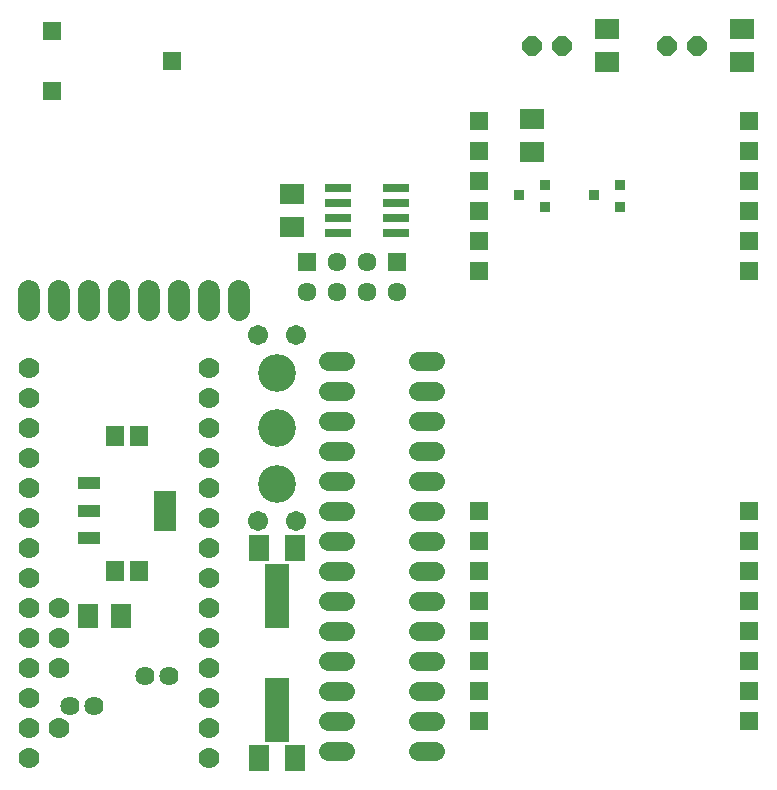
<source format=gts>
G75*
%MOIN*%
%OFA0B0*%
%FSLAX25Y25*%
%IPPOS*%
%LPD*%
%AMOC8*
5,1,8,0,0,1.08239X$1,22.5*
%
%ADD10C,0.06400*%
%ADD11R,0.05918X0.07099*%
%ADD12OC8,0.06400*%
%ADD13C,0.07200*%
%ADD14R,0.03800X0.03800*%
%ADD15R,0.07898X0.07099*%
%ADD16C,0.07000*%
%ADD17R,0.06350X0.06350*%
%ADD18C,0.06350*%
%ADD19C,0.06400*%
%ADD20R,0.07200X0.04300*%
%ADD21R,0.07200X0.13300*%
%ADD22R,0.08600X0.03000*%
%ADD23R,0.07099X0.07898*%
%ADD24R,0.08400X0.21800*%
%ADD25R,0.06706X0.08674*%
%ADD26C,0.12611*%
%ADD27C,0.06706*%
D10*
X0041056Y0073933D03*
X0048930Y0073933D03*
X0066056Y0083933D03*
X0073930Y0083933D03*
D11*
X0063930Y0118933D03*
X0056056Y0118933D03*
X0056056Y0163933D03*
X0063930Y0163933D03*
D12*
X0194993Y0293933D03*
X0204993Y0293933D03*
X0239993Y0293933D03*
X0249993Y0293933D03*
D13*
X0097493Y0212133D02*
X0097493Y0205733D01*
X0087493Y0205733D02*
X0087493Y0212133D01*
X0077493Y0212133D02*
X0077493Y0205733D01*
X0067493Y0205733D02*
X0067493Y0212133D01*
X0057493Y0212133D02*
X0057493Y0205733D01*
X0047493Y0205733D02*
X0047493Y0212133D01*
X0037493Y0212133D02*
X0037493Y0205733D01*
X0027493Y0205733D02*
X0027493Y0212133D01*
D14*
X0190793Y0244033D03*
X0199329Y0247633D03*
X0199329Y0240078D03*
X0215793Y0244033D03*
X0224329Y0247633D03*
X0224329Y0240078D03*
D15*
X0194993Y0258335D03*
X0194993Y0269531D03*
X0219993Y0288335D03*
X0219993Y0299531D03*
X0264993Y0299531D03*
X0264993Y0288335D03*
X0114993Y0244531D03*
X0114993Y0233335D03*
D16*
X0027493Y0056433D03*
X0027493Y0066433D03*
X0037493Y0066433D03*
X0027493Y0076433D03*
X0027493Y0086433D03*
X0037493Y0086433D03*
X0037493Y0096433D03*
X0027493Y0096433D03*
X0027493Y0106433D03*
X0037493Y0106433D03*
X0027493Y0116433D03*
X0027493Y0126433D03*
X0027493Y0136433D03*
X0027493Y0146433D03*
X0027493Y0156433D03*
X0027493Y0166433D03*
X0027493Y0176433D03*
X0027493Y0186433D03*
X0087493Y0186433D03*
X0087493Y0176433D03*
X0087493Y0166433D03*
X0087493Y0156433D03*
X0087493Y0146433D03*
X0087493Y0136433D03*
X0087493Y0126433D03*
X0087493Y0116433D03*
X0087493Y0106433D03*
X0087493Y0096433D03*
X0087493Y0086433D03*
X0087493Y0076433D03*
X0087493Y0066433D03*
X0087493Y0056433D03*
D17*
X0177493Y0068933D03*
X0177493Y0078933D03*
X0177493Y0088933D03*
X0177493Y0098933D03*
X0177493Y0108933D03*
X0177493Y0118933D03*
X0177493Y0128933D03*
X0177493Y0138933D03*
X0267493Y0138933D03*
X0267493Y0128933D03*
X0267493Y0118933D03*
X0267493Y0108933D03*
X0267493Y0098933D03*
X0267493Y0088933D03*
X0267493Y0078933D03*
X0267493Y0068933D03*
X0267493Y0218933D03*
X0267493Y0228933D03*
X0267493Y0238933D03*
X0267493Y0248933D03*
X0267493Y0258933D03*
X0267493Y0268933D03*
X0177493Y0268933D03*
X0177493Y0258933D03*
X0177493Y0248933D03*
X0177493Y0238933D03*
X0177493Y0228933D03*
X0177493Y0218933D03*
X0149934Y0221738D03*
X0119934Y0221738D03*
X0074993Y0288933D03*
X0034993Y0278933D03*
X0034993Y0298933D03*
D18*
X0129934Y0221738D03*
X0139934Y0221738D03*
X0139934Y0211738D03*
X0129934Y0211738D03*
X0119934Y0211738D03*
X0149934Y0211738D03*
D19*
X0157193Y0188933D02*
X0162793Y0188933D01*
X0162793Y0178933D02*
X0157193Y0178933D01*
X0157193Y0168933D02*
X0162793Y0168933D01*
X0162793Y0158933D02*
X0157193Y0158933D01*
X0157193Y0148933D02*
X0162793Y0148933D01*
X0162793Y0138933D02*
X0157193Y0138933D01*
X0157193Y0128933D02*
X0162793Y0128933D01*
X0162793Y0118933D02*
X0157193Y0118933D01*
X0157193Y0108933D02*
X0162793Y0108933D01*
X0162793Y0098933D02*
X0157193Y0098933D01*
X0157193Y0088933D02*
X0162793Y0088933D01*
X0162793Y0078933D02*
X0157193Y0078933D01*
X0157193Y0068933D02*
X0162793Y0068933D01*
X0162793Y0058933D02*
X0157193Y0058933D01*
X0132793Y0058933D02*
X0127193Y0058933D01*
X0127193Y0068933D02*
X0132793Y0068933D01*
X0132793Y0078933D02*
X0127193Y0078933D01*
X0127193Y0088933D02*
X0132793Y0088933D01*
X0132793Y0098933D02*
X0127193Y0098933D01*
X0127193Y0108933D02*
X0132793Y0108933D01*
X0132793Y0118933D02*
X0127193Y0118933D01*
X0127193Y0128933D02*
X0132793Y0128933D01*
X0132793Y0138933D02*
X0127193Y0138933D01*
X0127193Y0148933D02*
X0132793Y0148933D01*
X0132793Y0158933D02*
X0127193Y0158933D01*
X0127193Y0168933D02*
X0132793Y0168933D01*
X0132793Y0178933D02*
X0127193Y0178933D01*
X0127193Y0188933D02*
X0132793Y0188933D01*
D20*
X0047393Y0148033D03*
X0047393Y0138933D03*
X0047393Y0129833D03*
D21*
X0072593Y0138933D03*
D22*
X0130293Y0231433D03*
X0130293Y0236433D03*
X0130293Y0241433D03*
X0130293Y0246433D03*
X0149693Y0246433D03*
X0149693Y0241433D03*
X0149693Y0236433D03*
X0149693Y0231433D03*
D23*
X0058091Y0103933D03*
X0046895Y0103933D03*
D24*
X0109993Y0110433D03*
X0109993Y0072433D03*
D25*
X0104087Y0056433D03*
X0115899Y0056433D03*
X0115899Y0126433D03*
X0104087Y0126433D03*
D26*
X0109993Y0147933D03*
X0109993Y0166433D03*
X0109993Y0184933D03*
D27*
X0103693Y0197533D03*
X0116293Y0197533D03*
X0116293Y0135333D03*
X0103693Y0135333D03*
M02*

</source>
